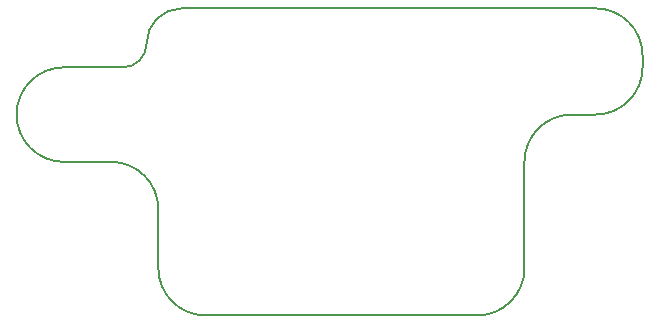
<source format=gko>
G04 #@! TF.FileFunction,Profile,NP*
%FSLAX46Y46*%
G04 Gerber Fmt 4.6, Leading zero omitted, Abs format (unit mm)*
G04 Created by KiCad (PCBNEW 4.0.7) date 07/04/19 18:57:09*
%MOMM*%
%LPD*%
G01*
G04 APERTURE LIST*
%ADD10C,0.100000*%
%ADD11C,0.150000*%
G04 APERTURE END LIST*
D10*
D11*
X184998000Y-67365000D02*
X184998000Y-72365000D01*
X176998000Y-63365000D02*
X180998000Y-63365000D01*
X211998000Y-76365000D02*
X188998000Y-76365000D01*
X215998000Y-72365000D02*
X215998000Y-63365000D01*
X221998000Y-59365000D02*
X219998000Y-59365000D01*
X225998000Y-54365000D02*
X225998000Y-55365000D01*
X186998000Y-50365000D02*
X221998000Y-50365000D01*
X176998000Y-55365000D02*
X181998000Y-55365000D01*
X186998000Y-50365000D02*
G75*
G03X183998000Y-53365000I0J-3000000D01*
G01*
X181998000Y-55365000D02*
G75*
G03X183998000Y-53365000I0J2000000D01*
G01*
X184998000Y-67365000D02*
G75*
G03X180998000Y-63365000I-4000000J0D01*
G01*
X221998000Y-59365000D02*
G75*
G03X225998000Y-55365000I0J4000000D01*
G01*
X225998000Y-54365000D02*
G75*
G03X221998000Y-50365000I-4000000J0D01*
G01*
X219998000Y-59365000D02*
G75*
G03X215998000Y-63365000I0J-4000000D01*
G01*
X211998000Y-76365000D02*
G75*
G03X215998000Y-72365000I0J4000000D01*
G01*
X184998000Y-72365000D02*
G75*
G03X188998000Y-76365000I4000000J0D01*
G01*
X172998000Y-59365000D02*
G75*
G03X176998000Y-63365000I4000000J0D01*
G01*
X176998000Y-55365000D02*
G75*
G03X172998000Y-59365000I0J-4000000D01*
G01*
M02*

</source>
